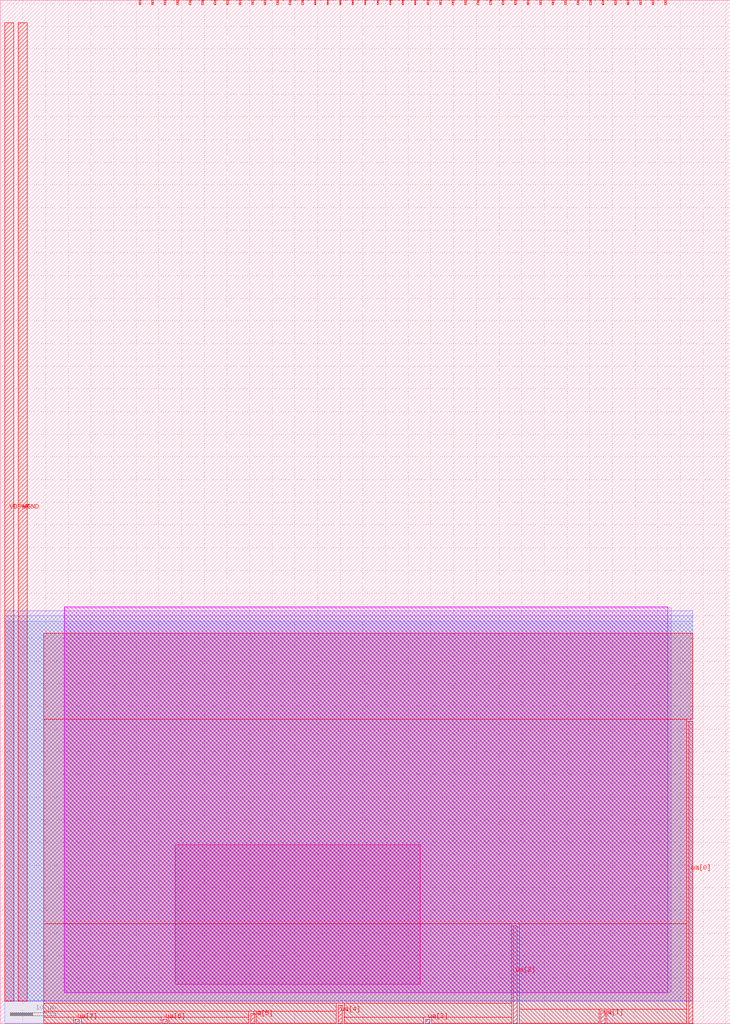
<source format=lef>
VERSION 5.7 ;
  NOWIREEXTENSIONATPIN ON ;
  DIVIDERCHAR "/" ;
  BUSBITCHARS "[]" ;
MACRO tt08-ssp-opamp
  CLASS BLOCK ;
  FOREIGN tt08-ssp-opamp ;
  ORIGIN 0.000 0.000 ;
  SIZE 161.000 BY 225.760 ;
  PIN clk
    DIRECTION INPUT ;
    USE SIGNAL ;
    PORT
      LAYER met4 ;
        RECT 143.830 224.760 144.130 225.760 ;
    END
  END clk
  PIN ena
    DIRECTION INPUT ;
    USE SIGNAL ;
    PORT
      LAYER met4 ;
        RECT 146.590 224.760 146.890 225.760 ;
    END
  END ena
  PIN rst_n
    DIRECTION INPUT ;
    USE SIGNAL ;
    PORT
      LAYER met4 ;
        RECT 141.070 224.760 141.370 225.760 ;
    END
  END rst_n
  PIN ua[0]
    DIRECTION INOUT ;
    USE SIGNAL ;
    ANTENNADIFFAREA 0.280900 ;
    PORT
      LAYER met4 ;
        RECT 151.810 0.000 152.710 66.710 ;
    END
  END ua[0]
  PIN ua[1]
    DIRECTION INOUT ;
    USE SIGNAL ;
    ANTENNAGATEAREA 12.750000 ;
    ANTENNADIFFAREA 18.039999 ;
    PORT
      LAYER met4 ;
        RECT 132.490 0.000 133.390 2.830 ;
    END
  END ua[1]
  PIN ua[2]
    DIRECTION INOUT ;
    USE SIGNAL ;
    ANTENNADIFFAREA 7.751700 ;
    PORT
      LAYER met4 ;
        RECT 113.170 0.000 114.070 21.630 ;
    END
  END ua[2]
  PIN ua[3]
    DIRECTION INOUT ;
    USE SIGNAL ;
    ANTENNADIFFAREA 16.820000 ;
    PORT
      LAYER met4 ;
        RECT 93.850 0.000 94.750 1.000 ;
    END
  END ua[3]
  PIN ua[4]
    DIRECTION INOUT ;
    USE SIGNAL ;
    ANTENNAGATEAREA 10.500000 ;
    PORT
      LAYER met4 ;
        RECT 74.530 0.000 75.430 4.120 ;
    END
  END ua[4]
  PIN ua[5]
    DIRECTION INOUT ;
    USE SIGNAL ;
    ANTENNAGATEAREA 10.500000 ;
    PORT
      LAYER met4 ;
        RECT 55.210 0.000 56.110 2.340 ;
    END
  END ua[5]
  PIN ua[6]
    DIRECTION INOUT ;
    USE SIGNAL ;
    PORT
      LAYER met4 ;
        RECT 35.890 0.000 36.790 1.000 ;
    END
  END ua[6]
  PIN ua[7]
    DIRECTION INOUT ;
    USE SIGNAL ;
    PORT
      LAYER met4 ;
        RECT 16.570 0.000 17.470 1.000 ;
    END
  END ua[7]
  PIN ui_in[0]
    DIRECTION INPUT ;
    USE SIGNAL ;
    PORT
      LAYER met4 ;
        RECT 138.310 224.760 138.610 225.760 ;
    END
  END ui_in[0]
  PIN ui_in[1]
    DIRECTION INPUT ;
    USE SIGNAL ;
    PORT
      LAYER met4 ;
        RECT 135.550 224.760 135.850 225.760 ;
    END
  END ui_in[1]
  PIN ui_in[2]
    DIRECTION INPUT ;
    USE SIGNAL ;
    PORT
      LAYER met4 ;
        RECT 132.790 224.760 133.090 225.760 ;
    END
  END ui_in[2]
  PIN ui_in[3]
    DIRECTION INPUT ;
    USE SIGNAL ;
    PORT
      LAYER met4 ;
        RECT 130.030 224.760 130.330 225.760 ;
    END
  END ui_in[3]
  PIN ui_in[4]
    DIRECTION INPUT ;
    USE SIGNAL ;
    PORT
      LAYER met4 ;
        RECT 127.270 224.760 127.570 225.760 ;
    END
  END ui_in[4]
  PIN ui_in[5]
    DIRECTION INPUT ;
    USE SIGNAL ;
    PORT
      LAYER met4 ;
        RECT 124.510 224.760 124.810 225.760 ;
    END
  END ui_in[5]
  PIN ui_in[6]
    DIRECTION INPUT ;
    USE SIGNAL ;
    PORT
      LAYER met4 ;
        RECT 121.750 224.760 122.050 225.760 ;
    END
  END ui_in[6]
  PIN ui_in[7]
    DIRECTION INPUT ;
    USE SIGNAL ;
    PORT
      LAYER met4 ;
        RECT 118.990 224.760 119.290 225.760 ;
    END
  END ui_in[7]
  PIN uio_in[0]
    DIRECTION INPUT ;
    USE SIGNAL ;
    PORT
      LAYER met4 ;
        RECT 116.230 224.760 116.530 225.760 ;
    END
  END uio_in[0]
  PIN uio_in[1]
    DIRECTION INPUT ;
    USE SIGNAL ;
    PORT
      LAYER met4 ;
        RECT 113.470 224.760 113.770 225.760 ;
    END
  END uio_in[1]
  PIN uio_in[2]
    DIRECTION INPUT ;
    USE SIGNAL ;
    PORT
      LAYER met4 ;
        RECT 110.710 224.760 111.010 225.760 ;
    END
  END uio_in[2]
  PIN uio_in[3]
    DIRECTION INPUT ;
    USE SIGNAL ;
    PORT
      LAYER met4 ;
        RECT 107.950 224.760 108.250 225.760 ;
    END
  END uio_in[3]
  PIN uio_in[4]
    DIRECTION INPUT ;
    USE SIGNAL ;
    PORT
      LAYER met4 ;
        RECT 105.190 224.760 105.490 225.760 ;
    END
  END uio_in[4]
  PIN uio_in[5]
    DIRECTION INPUT ;
    USE SIGNAL ;
    PORT
      LAYER met4 ;
        RECT 102.430 224.760 102.730 225.760 ;
    END
  END uio_in[5]
  PIN uio_in[6]
    DIRECTION INPUT ;
    USE SIGNAL ;
    PORT
      LAYER met4 ;
        RECT 99.670 224.760 99.970 225.760 ;
    END
  END uio_in[6]
  PIN uio_in[7]
    DIRECTION INPUT ;
    USE SIGNAL ;
    PORT
      LAYER met4 ;
        RECT 96.910 224.760 97.210 225.760 ;
    END
  END uio_in[7]
  PIN uio_oe[0]
    DIRECTION OUTPUT ;
    USE SIGNAL ;
    PORT
      LAYER met4 ;
        RECT 49.990 224.760 50.290 225.760 ;
    END
  END uio_oe[0]
  PIN uio_oe[1]
    DIRECTION OUTPUT ;
    USE SIGNAL ;
    PORT
      LAYER met4 ;
        RECT 47.230 224.760 47.530 225.760 ;
    END
  END uio_oe[1]
  PIN uio_oe[2]
    DIRECTION OUTPUT ;
    USE SIGNAL ;
    PORT
      LAYER met4 ;
        RECT 44.470 224.760 44.770 225.760 ;
    END
  END uio_oe[2]
  PIN uio_oe[3]
    DIRECTION OUTPUT ;
    USE SIGNAL ;
    PORT
      LAYER met4 ;
        RECT 41.710 224.760 42.010 225.760 ;
    END
  END uio_oe[3]
  PIN uio_oe[4]
    DIRECTION OUTPUT ;
    USE SIGNAL ;
    PORT
      LAYER met4 ;
        RECT 38.950 224.760 39.250 225.760 ;
    END
  END uio_oe[4]
  PIN uio_oe[5]
    DIRECTION OUTPUT ;
    USE SIGNAL ;
    PORT
      LAYER met4 ;
        RECT 36.190 224.760 36.490 225.760 ;
    END
  END uio_oe[5]
  PIN uio_oe[6]
    DIRECTION OUTPUT ;
    USE SIGNAL ;
    PORT
      LAYER met4 ;
        RECT 33.430 224.760 33.730 225.760 ;
    END
  END uio_oe[6]
  PIN uio_oe[7]
    DIRECTION OUTPUT ;
    USE SIGNAL ;
    PORT
      LAYER met4 ;
        RECT 30.670 224.760 30.970 225.760 ;
    END
  END uio_oe[7]
  PIN uio_out[0]
    DIRECTION OUTPUT ;
    USE SIGNAL ;
    PORT
      LAYER met4 ;
        RECT 72.070 224.760 72.370 225.760 ;
    END
  END uio_out[0]
  PIN uio_out[1]
    DIRECTION OUTPUT ;
    USE SIGNAL ;
    PORT
      LAYER met4 ;
        RECT 69.310 224.760 69.610 225.760 ;
    END
  END uio_out[1]
  PIN uio_out[2]
    DIRECTION OUTPUT ;
    USE SIGNAL ;
    PORT
      LAYER met4 ;
        RECT 66.550 224.760 66.850 225.760 ;
    END
  END uio_out[2]
  PIN uio_out[3]
    DIRECTION OUTPUT ;
    USE SIGNAL ;
    PORT
      LAYER met4 ;
        RECT 63.790 224.760 64.090 225.760 ;
    END
  END uio_out[3]
  PIN uio_out[4]
    DIRECTION OUTPUT ;
    USE SIGNAL ;
    PORT
      LAYER met4 ;
        RECT 61.030 224.760 61.330 225.760 ;
    END
  END uio_out[4]
  PIN uio_out[5]
    DIRECTION OUTPUT ;
    USE SIGNAL ;
    PORT
      LAYER met4 ;
        RECT 58.270 224.760 58.570 225.760 ;
    END
  END uio_out[5]
  PIN uio_out[6]
    DIRECTION OUTPUT ;
    USE SIGNAL ;
    PORT
      LAYER met4 ;
        RECT 55.510 224.760 55.810 225.760 ;
    END
  END uio_out[6]
  PIN uio_out[7]
    DIRECTION OUTPUT ;
    USE SIGNAL ;
    PORT
      LAYER met4 ;
        RECT 52.750 224.760 53.050 225.760 ;
    END
  END uio_out[7]
  PIN uo_out[0]
    DIRECTION OUTPUT ;
    USE SIGNAL ;
    PORT
      LAYER met4 ;
        RECT 94.150 224.760 94.450 225.760 ;
    END
  END uo_out[0]
  PIN uo_out[1]
    DIRECTION OUTPUT ;
    USE SIGNAL ;
    PORT
      LAYER met4 ;
        RECT 91.390 224.760 91.690 225.760 ;
    END
  END uo_out[1]
  PIN uo_out[2]
    DIRECTION OUTPUT ;
    USE SIGNAL ;
    PORT
      LAYER met4 ;
        RECT 88.630 224.760 88.930 225.760 ;
    END
  END uo_out[2]
  PIN uo_out[3]
    DIRECTION OUTPUT ;
    USE SIGNAL ;
    PORT
      LAYER met4 ;
        RECT 85.870 224.760 86.170 225.760 ;
    END
  END uo_out[3]
  PIN uo_out[4]
    DIRECTION OUTPUT ;
    USE SIGNAL ;
    PORT
      LAYER met4 ;
        RECT 83.110 224.760 83.410 225.760 ;
    END
  END uo_out[4]
  PIN uo_out[5]
    DIRECTION OUTPUT ;
    USE SIGNAL ;
    PORT
      LAYER met4 ;
        RECT 80.350 224.760 80.650 225.760 ;
    END
  END uo_out[5]
  PIN uo_out[6]
    DIRECTION OUTPUT ;
    USE SIGNAL ;
    PORT
      LAYER met4 ;
        RECT 77.590 224.760 77.890 225.760 ;
    END
  END uo_out[6]
  PIN uo_out[7]
    DIRECTION OUTPUT ;
    USE SIGNAL ;
    PORT
      LAYER met4 ;
        RECT 74.830 224.760 75.130 225.760 ;
    END
  END uo_out[7]
  PIN VDPWR
    DIRECTION INOUT ;
    USE POWER ;
    PORT
      LAYER met4 ;
        RECT 1.000 5.000 3.000 220.760 ;
    END
  END VDPWR
  PIN VGND
    DIRECTION INOUT ;
    USE GROUND ;
    PORT
      LAYER met4 ;
        RECT 4.000 5.000 6.000 220.760 ;
    END
  END VGND
  OBS
      LAYER nwell ;
        RECT 14.110 6.810 147.210 91.990 ;
      LAYER li1 ;
        RECT 14.240 6.940 148.020 91.705 ;
      LAYER met1 ;
        RECT 0.960 5.040 152.750 91.130 ;
      LAYER met2 ;
        RECT 1.010 4.990 152.700 89.930 ;
      LAYER met3 ;
        RECT 0.960 0.100 152.750 88.780 ;
      LAYER met4 ;
        RECT 9.595 67.110 152.710 86.145 ;
        RECT 9.595 22.030 151.410 67.110 ;
        RECT 9.595 4.520 112.770 22.030 ;
        RECT 9.595 2.740 74.130 4.520 ;
        RECT 9.595 1.400 54.810 2.740 ;
        RECT 9.595 0.100 16.170 1.400 ;
        RECT 17.870 0.100 35.490 1.400 ;
        RECT 37.190 0.100 54.810 1.400 ;
        RECT 56.510 0.100 74.130 2.740 ;
        RECT 75.830 1.400 112.770 4.520 ;
        RECT 75.830 0.100 93.450 1.400 ;
        RECT 95.150 0.100 112.770 1.400 ;
        RECT 114.470 3.230 151.410 22.030 ;
        RECT 114.470 0.100 132.090 3.230 ;
        RECT 133.790 0.100 151.410 3.230 ;
      LAYER met5 ;
        RECT 38.650 8.680 92.680 39.490 ;
  END
END tt08-ssp-opamp
END LIBRARY


</source>
